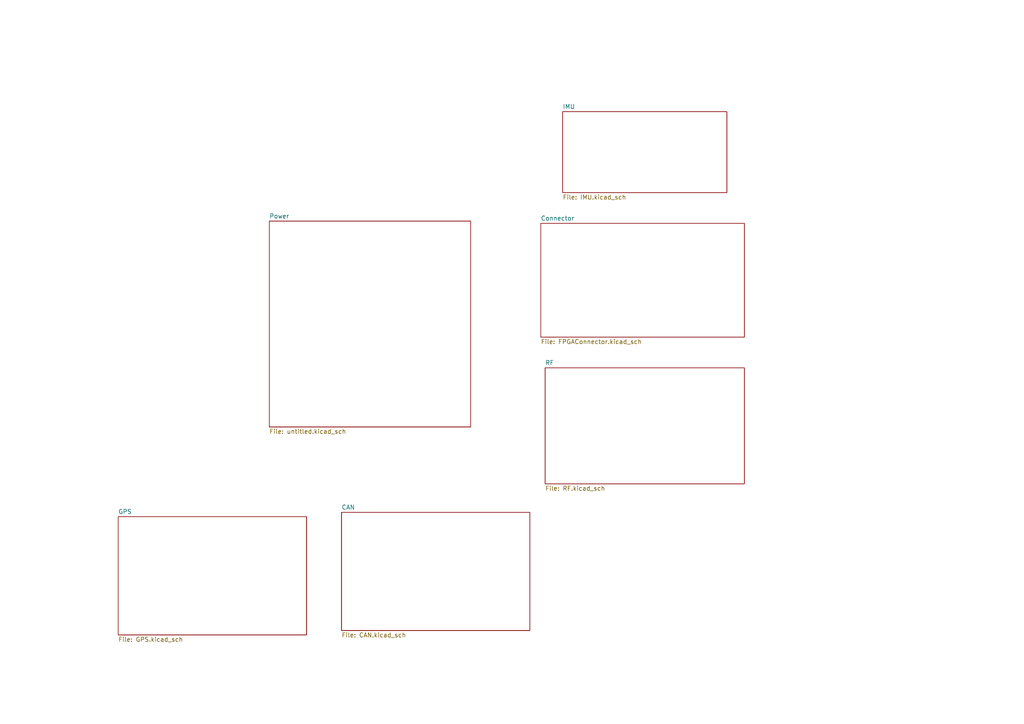
<source format=kicad_sch>
(kicad_sch
	(version 20250114)
	(generator "eeschema")
	(generator_version "9.0")
	(uuid "f13eb969-5de0-437e-a1b7-e0204111e0b2")
	(paper "A4")
	(lib_symbols)
	(sheet
		(at 156.845 64.77)
		(size 59.055 33.02)
		(exclude_from_sim no)
		(in_bom yes)
		(on_board yes)
		(dnp no)
		(fields_autoplaced yes)
		(stroke
			(width 0.1524)
			(type solid)
		)
		(fill
			(color 0 0 0 0.0000)
		)
		(uuid "555dcf2f-9cf7-4916-9b4f-3a8f620095c0")
		(property "Sheetname" "Connector"
			(at 156.845 64.0584 0)
			(effects
				(font
					(size 1.27 1.27)
				)
				(justify left bottom)
			)
		)
		(property "Sheetfile" "FPGAConnector.kicad_sch"
			(at 156.845 98.3746 0)
			(effects
				(font
					(size 1.27 1.27)
				)
				(justify left top)
			)
		)
		(instances
			(project "TSOMProject"
				(path "/f13eb969-5de0-437e-a1b7-e0204111e0b2"
					(page "7")
				)
			)
		)
	)
	(sheet
		(at 78.105 64.135)
		(size 58.42 59.69)
		(exclude_from_sim no)
		(in_bom yes)
		(on_board yes)
		(dnp no)
		(fields_autoplaced yes)
		(stroke
			(width 0.1524)
			(type solid)
		)
		(fill
			(color 0 0 0 0.0000)
		)
		(uuid "5da8fdf4-ad8c-47df-b08e-df168b9b0cb6")
		(property "Sheetname" "Power"
			(at 78.105 63.4234 0)
			(effects
				(font
					(size 1.27 1.27)
				)
				(justify left bottom)
			)
		)
		(property "Sheetfile" "untitled.kicad_sch"
			(at 78.105 124.4096 0)
			(effects
				(font
					(size 1.27 1.27)
				)
				(justify left top)
			)
		)
		(instances
			(project "TSOMProject"
				(path "/f13eb969-5de0-437e-a1b7-e0204111e0b2"
					(page "2")
				)
			)
		)
	)
	(sheet
		(at 158.115 106.68)
		(size 57.785 33.655)
		(exclude_from_sim no)
		(in_bom yes)
		(on_board yes)
		(dnp no)
		(fields_autoplaced yes)
		(stroke
			(width 0.1524)
			(type solid)
		)
		(fill
			(color 0 0 0 0.0000)
		)
		(uuid "6349284a-84d0-4426-872b-273836eb7053")
		(property "Sheetname" "RF"
			(at 158.115 105.9684 0)
			(effects
				(font
					(size 1.27 1.27)
				)
				(justify left bottom)
			)
		)
		(property "Sheetfile" "RF.kicad_sch"
			(at 158.115 140.9196 0)
			(effects
				(font
					(size 1.27 1.27)
				)
				(justify left top)
			)
		)
		(instances
			(project "TSOMProject"
				(path "/f13eb969-5de0-437e-a1b7-e0204111e0b2"
					(page "6")
				)
			)
		)
	)
	(sheet
		(at 34.29 149.86)
		(size 54.61 34.29)
		(exclude_from_sim no)
		(in_bom yes)
		(on_board yes)
		(dnp no)
		(fields_autoplaced yes)
		(stroke
			(width 0.1524)
			(type solid)
		)
		(fill
			(color 0 0 0 0.0000)
		)
		(uuid "d8680ae9-0acb-42e1-892b-ebdc48294ea6")
		(property "Sheetname" "GPS"
			(at 34.29 149.1484 0)
			(effects
				(font
					(size 1.27 1.27)
				)
				(justify left bottom)
			)
		)
		(property "Sheetfile" "GPS.kicad_sch"
			(at 34.29 184.7346 0)
			(effects
				(font
					(size 1.27 1.27)
				)
				(justify left top)
			)
		)
		(instances
			(project "TSOMProject"
				(path "/f13eb969-5de0-437e-a1b7-e0204111e0b2"
					(page "4")
				)
			)
		)
	)
	(sheet
		(at 99.06 148.59)
		(size 54.61 34.29)
		(exclude_from_sim no)
		(in_bom yes)
		(on_board yes)
		(dnp no)
		(fields_autoplaced yes)
		(stroke
			(width 0.1524)
			(type solid)
		)
		(fill
			(color 0 0 0 0.0000)
		)
		(uuid "deed15db-a132-4198-8ee6-126292ab05fe")
		(property "Sheetname" "CAN"
			(at 99.06 147.8784 0)
			(effects
				(font
					(size 1.27 1.27)
				)
				(justify left bottom)
			)
		)
		(property "Sheetfile" "CAN.kicad_sch"
			(at 99.06 183.4646 0)
			(effects
				(font
					(size 1.27 1.27)
				)
				(justify left top)
			)
		)
		(instances
			(project "TSOMProject"
				(path "/f13eb969-5de0-437e-a1b7-e0204111e0b2"
					(page "3")
				)
			)
		)
	)
	(sheet
		(at 163.195 32.385)
		(size 47.625 23.495)
		(exclude_from_sim no)
		(in_bom yes)
		(on_board yes)
		(dnp no)
		(fields_autoplaced yes)
		(stroke
			(width 0.1524)
			(type solid)
		)
		(fill
			(color 0 0 0 0.0000)
		)
		(uuid "ef6d8fcc-1a96-4a17-99c8-973fa999e378")
		(property "Sheetname" "IMU"
			(at 163.195 31.6734 0)
			(effects
				(font
					(size 1.27 1.27)
				)
				(justify left bottom)
			)
		)
		(property "Sheetfile" "IMU.kicad_sch"
			(at 163.195 56.4646 0)
			(effects
				(font
					(size 1.27 1.27)
				)
				(justify left top)
			)
		)
		(instances
			(project "TSOMProject"
				(path "/f13eb969-5de0-437e-a1b7-e0204111e0b2"
					(page "7")
				)
			)
		)
	)
	(sheet_instances
		(path "/"
			(page "1")
		)
	)
	(embedded_fonts no)
)

</source>
